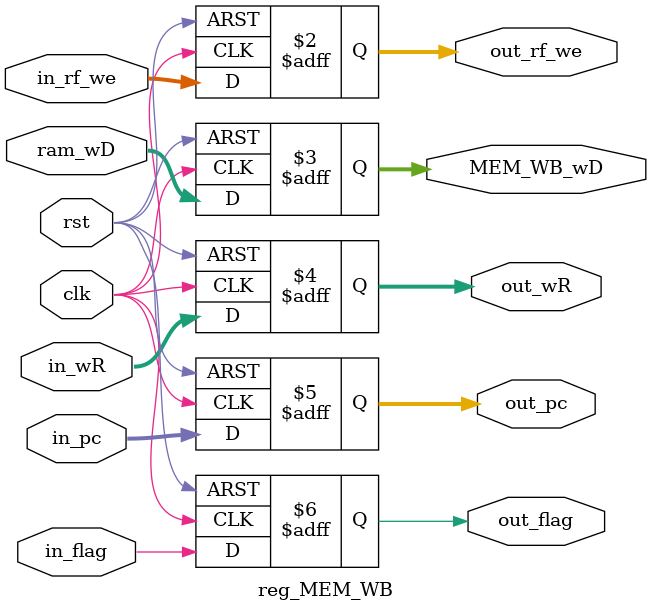
<source format=v>
`timescale 1ns / 1ps


module reg_MEM_WB(
    input wire clk,rst,
    input wire [1:0] in_rf_we,
    input wire [31:0] ram_wD,
    input wire [4:0] in_wR,
    input wire [31:0] in_pc,
    input wire in_flag,
    
    
    output reg [1:0] out_rf_we,
    output reg [31:0] MEM_WB_wD,
    output reg [4:0] out_wR,
    output reg [31:0] out_pc,
    output reg out_flag
    );
     always@(posedge clk or posedge rst)begin
        if(rst)begin
            out_rf_we <= 0;
            MEM_WB_wD <= 0;
            out_wR <= 0;
            out_pc <= 0;
            out_flag <= 0;
        end
        else begin
            out_rf_we <= in_rf_we;
            MEM_WB_wD <= ram_wD;
            out_wR <= in_wR;
            out_pc <= in_pc;
            out_flag <= in_flag;
            
        end
    end
endmodule

</source>
